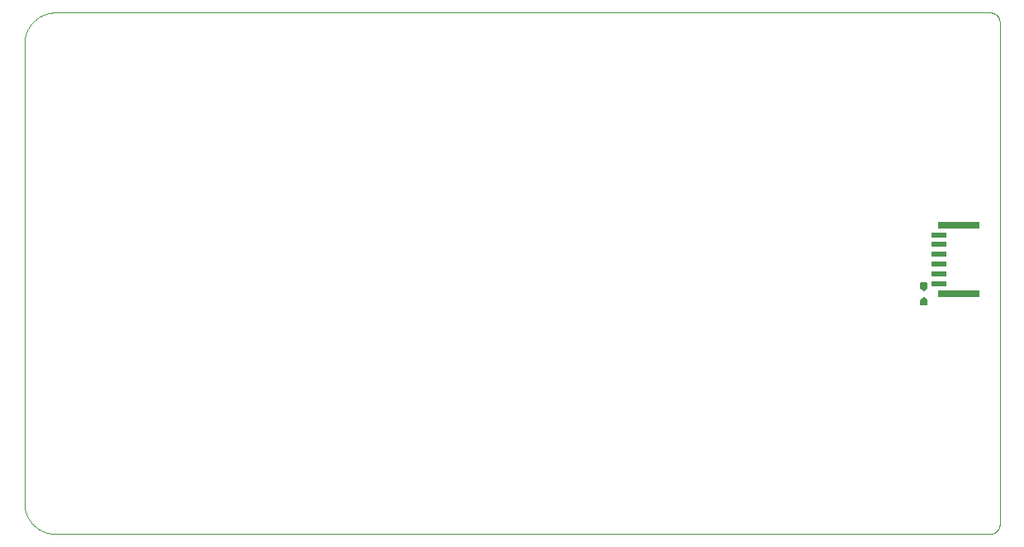
<source format=gtp>
G75*
%MOIN*%
%OFA0B0*%
%FSLAX25Y25*%
%IPPOS*%
%LPD*%
%AMOC8*
5,1,8,0,0,1.08239X$1,22.5*
%
%ADD10C,0.00000*%
%ADD11R,0.05906X0.02362*%
%ADD12R,0.16535X0.02756*%
%ADD13C,0.00500*%
D10*
X0013770Y0002234D02*
X0391014Y0002234D01*
X0391138Y0002236D01*
X0391261Y0002242D01*
X0391385Y0002251D01*
X0391507Y0002265D01*
X0391630Y0002282D01*
X0391752Y0002304D01*
X0391873Y0002329D01*
X0391993Y0002358D01*
X0392112Y0002390D01*
X0392231Y0002427D01*
X0392348Y0002467D01*
X0392463Y0002510D01*
X0392578Y0002558D01*
X0392690Y0002609D01*
X0392801Y0002663D01*
X0392911Y0002721D01*
X0393018Y0002782D01*
X0393124Y0002847D01*
X0393227Y0002915D01*
X0393328Y0002986D01*
X0393427Y0003060D01*
X0393524Y0003137D01*
X0393618Y0003218D01*
X0393709Y0003301D01*
X0393798Y0003387D01*
X0393884Y0003476D01*
X0393967Y0003567D01*
X0394048Y0003661D01*
X0394125Y0003758D01*
X0394199Y0003857D01*
X0394270Y0003958D01*
X0394338Y0004061D01*
X0394403Y0004167D01*
X0394464Y0004274D01*
X0394522Y0004384D01*
X0394576Y0004495D01*
X0394627Y0004607D01*
X0394675Y0004722D01*
X0394718Y0004837D01*
X0394758Y0004954D01*
X0394795Y0005073D01*
X0394827Y0005192D01*
X0394856Y0005312D01*
X0394881Y0005433D01*
X0394903Y0005555D01*
X0394920Y0005678D01*
X0394934Y0005800D01*
X0394943Y0005924D01*
X0394949Y0006047D01*
X0394951Y0006171D01*
X0394951Y0208927D01*
X0394949Y0209051D01*
X0394943Y0209174D01*
X0394934Y0209298D01*
X0394920Y0209420D01*
X0394903Y0209543D01*
X0394881Y0209665D01*
X0394856Y0209786D01*
X0394827Y0209906D01*
X0394795Y0210025D01*
X0394758Y0210144D01*
X0394718Y0210261D01*
X0394675Y0210376D01*
X0394627Y0210491D01*
X0394576Y0210603D01*
X0394522Y0210714D01*
X0394464Y0210824D01*
X0394403Y0210931D01*
X0394338Y0211037D01*
X0394270Y0211140D01*
X0394199Y0211241D01*
X0394125Y0211340D01*
X0394048Y0211437D01*
X0393967Y0211531D01*
X0393884Y0211622D01*
X0393798Y0211711D01*
X0393709Y0211797D01*
X0393618Y0211880D01*
X0393524Y0211961D01*
X0393427Y0212038D01*
X0393328Y0212112D01*
X0393227Y0212183D01*
X0393124Y0212251D01*
X0393018Y0212316D01*
X0392911Y0212377D01*
X0392801Y0212435D01*
X0392690Y0212489D01*
X0392578Y0212540D01*
X0392463Y0212588D01*
X0392348Y0212631D01*
X0392231Y0212671D01*
X0392112Y0212708D01*
X0391993Y0212740D01*
X0391873Y0212769D01*
X0391752Y0212794D01*
X0391630Y0212816D01*
X0391507Y0212833D01*
X0391385Y0212847D01*
X0391261Y0212856D01*
X0391138Y0212862D01*
X0391014Y0212864D01*
X0013770Y0212864D01*
X0013467Y0212860D01*
X0013165Y0212849D01*
X0012863Y0212831D01*
X0012562Y0212806D01*
X0012261Y0212773D01*
X0011961Y0212733D01*
X0011662Y0212685D01*
X0011365Y0212631D01*
X0011068Y0212569D01*
X0010774Y0212500D01*
X0010481Y0212424D01*
X0010190Y0212341D01*
X0009901Y0212251D01*
X0009615Y0212154D01*
X0009330Y0212050D01*
X0009049Y0211940D01*
X0008770Y0211822D01*
X0008494Y0211698D01*
X0008221Y0211567D01*
X0007952Y0211430D01*
X0007685Y0211286D01*
X0007423Y0211136D01*
X0007164Y0210979D01*
X0006909Y0210817D01*
X0006658Y0210648D01*
X0006411Y0210473D01*
X0006168Y0210292D01*
X0005930Y0210106D01*
X0005697Y0209913D01*
X0005468Y0209715D01*
X0005244Y0209512D01*
X0005025Y0209303D01*
X0004811Y0209089D01*
X0004602Y0208870D01*
X0004399Y0208646D01*
X0004201Y0208417D01*
X0004008Y0208184D01*
X0003822Y0207946D01*
X0003641Y0207703D01*
X0003466Y0207456D01*
X0003297Y0207205D01*
X0003135Y0206950D01*
X0002978Y0206691D01*
X0002828Y0206429D01*
X0002684Y0206162D01*
X0002547Y0205893D01*
X0002416Y0205620D01*
X0002292Y0205344D01*
X0002174Y0205065D01*
X0002064Y0204784D01*
X0001960Y0204499D01*
X0001863Y0204213D01*
X0001773Y0203924D01*
X0001690Y0203633D01*
X0001614Y0203340D01*
X0001545Y0203046D01*
X0001483Y0202749D01*
X0001429Y0202452D01*
X0001381Y0202153D01*
X0001341Y0201853D01*
X0001308Y0201552D01*
X0001283Y0201251D01*
X0001265Y0200949D01*
X0001254Y0200647D01*
X0001250Y0200344D01*
X0001250Y0014754D01*
X0001254Y0014451D01*
X0001265Y0014149D01*
X0001283Y0013847D01*
X0001308Y0013546D01*
X0001341Y0013245D01*
X0001381Y0012945D01*
X0001429Y0012646D01*
X0001483Y0012349D01*
X0001545Y0012052D01*
X0001614Y0011758D01*
X0001690Y0011465D01*
X0001773Y0011174D01*
X0001863Y0010885D01*
X0001960Y0010599D01*
X0002064Y0010314D01*
X0002174Y0010033D01*
X0002292Y0009754D01*
X0002416Y0009478D01*
X0002547Y0009205D01*
X0002684Y0008936D01*
X0002828Y0008669D01*
X0002978Y0008407D01*
X0003135Y0008148D01*
X0003297Y0007893D01*
X0003466Y0007642D01*
X0003641Y0007395D01*
X0003822Y0007152D01*
X0004008Y0006914D01*
X0004201Y0006681D01*
X0004399Y0006452D01*
X0004602Y0006228D01*
X0004811Y0006009D01*
X0005025Y0005795D01*
X0005244Y0005586D01*
X0005468Y0005383D01*
X0005697Y0005185D01*
X0005930Y0004992D01*
X0006168Y0004806D01*
X0006411Y0004625D01*
X0006658Y0004450D01*
X0006909Y0004281D01*
X0007164Y0004119D01*
X0007423Y0003962D01*
X0007685Y0003812D01*
X0007952Y0003668D01*
X0008221Y0003531D01*
X0008494Y0003400D01*
X0008770Y0003276D01*
X0009049Y0003158D01*
X0009330Y0003048D01*
X0009615Y0002944D01*
X0009901Y0002847D01*
X0010190Y0002757D01*
X0010481Y0002674D01*
X0010774Y0002598D01*
X0011068Y0002529D01*
X0011365Y0002467D01*
X0011662Y0002413D01*
X0011961Y0002365D01*
X0012261Y0002325D01*
X0012562Y0002292D01*
X0012863Y0002267D01*
X0013165Y0002249D01*
X0013467Y0002238D01*
X0013770Y0002234D01*
D11*
X0370281Y0103392D03*
X0370281Y0107329D03*
X0370281Y0111266D03*
X0370281Y0115203D03*
X0370281Y0119140D03*
X0370281Y0123077D03*
D12*
X0378549Y0127014D03*
X0378549Y0099455D03*
D13*
X0365500Y0101734D02*
X0364250Y0100797D01*
X0363000Y0101734D01*
X0363000Y0103609D01*
X0365500Y0103609D01*
X0365500Y0101734D01*
X0365500Y0101937D02*
X0363000Y0101937D01*
X0363000Y0102435D02*
X0365500Y0102435D01*
X0365500Y0102934D02*
X0363000Y0102934D01*
X0363000Y0103432D02*
X0365500Y0103432D01*
X0365105Y0101438D02*
X0363395Y0101438D01*
X0364060Y0100939D02*
X0364440Y0100939D01*
X0364250Y0097672D02*
X0365500Y0096734D01*
X0365500Y0094859D01*
X0363000Y0094859D01*
X0363000Y0096734D01*
X0364250Y0097672D01*
X0363954Y0097450D02*
X0364546Y0097450D01*
X0365210Y0096951D02*
X0363290Y0096951D01*
X0363000Y0096453D02*
X0365500Y0096453D01*
X0365500Y0095954D02*
X0363000Y0095954D01*
X0363000Y0095456D02*
X0365500Y0095456D01*
X0365500Y0094957D02*
X0363000Y0094957D01*
M02*

</source>
